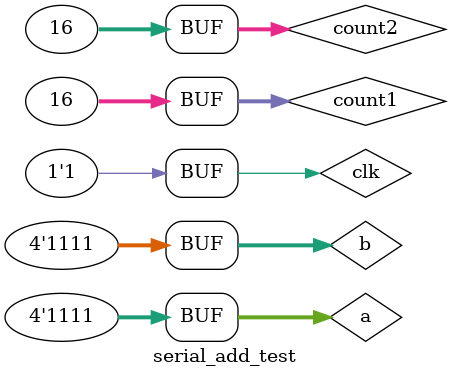
<source format=v>
module serial_add_test;
wire [4:0]x;
reg [3:0]a, b;
reg clk;
serial_add gate(x, a, b, clk);
integer count1, count2;
initial begin
for(count1=0; count1<16; count1=count1+1) begin
	for(count2=0; count2<16; count2=count2+1) begin
		a = count1;
		b = count2;
		clk = 1'b1;
		#10;
	end
end
end
endmodule 
</source>
